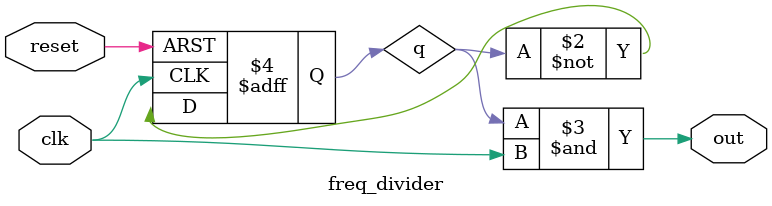
<source format=v>
module freq_divider(clk,reset,out
    );
	 input clk,reset;
	 output out;
	 reg q;
	 
	 always @(posedge clk,posedge reset)begin
		if (reset)
			q <= 0;
		else
			q <= ~q ;
	 end
	 
	 assign out = q & clk ;


endmodule

</source>
